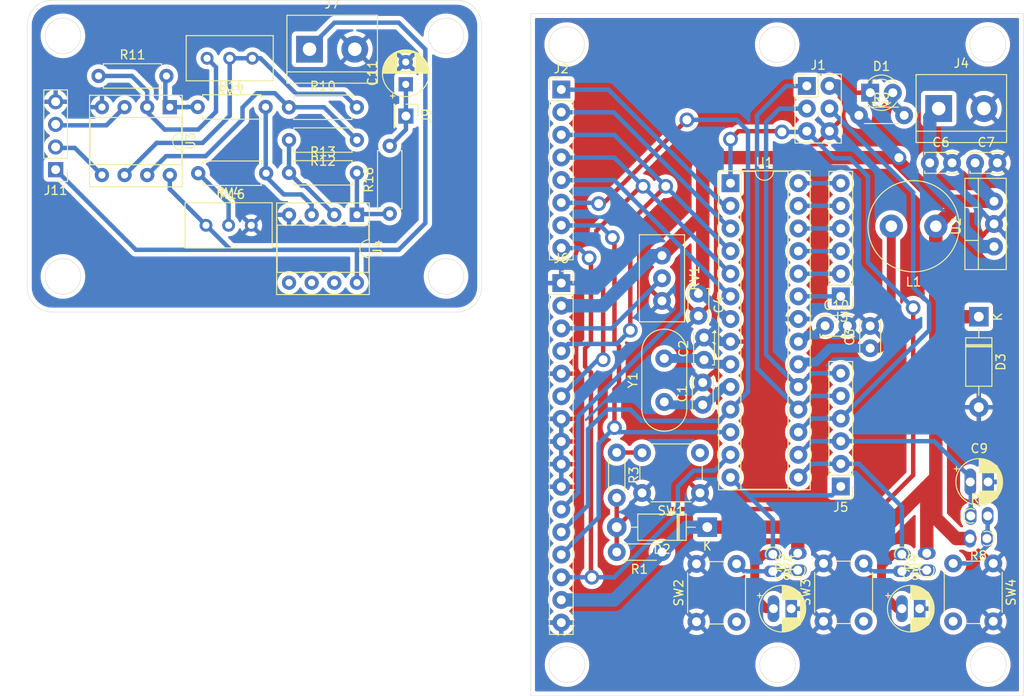
<source format=kicad_pcb>
(kicad_pcb (version 20240108) (generator "pcbnew") (generator_version "8.0")
  (title_block (title "ATMEGA328P DEVBOARD") (date "12/10/2024") (rev "02") (company "IFRS"))
  (layers (0 "F.Cu" signal) (31 "B.Cu" signal) (44 "Edge.Cuts" user))
  (net 0 "")
  (net 1 "/PB7")
  (net 2 "/PB6")
  (net 3 "Net-(U1-AVCC)")
  (net 4 "5V")
  (net 5 "SW2")
  (net 6 "Net-(U2-VI)")
  (net 7 "SW1")
  (net 8 "SW3")
  (net 9 "Net-(U1-AREF)")
  (net 10 "Net-(D1-A)")
  (net 11 "~{RST}")
  (net 12 "MISO")
  (net 13 "SKT")
  (net 14 "MOSI")
  (net 15 "E")
  (net 16 "DB4")
  (net 17 "DB6")
  (net 18 "RS")
  (net 19 "DB5")
  (net 20 "DB7")
  (net 21 "V0")
  (net 22 "Net-(R3-Pad1)")
  (net 23 "GND")
  (net 24 "Net-(J3-Pin_5)")
  (net 25 "Net-(J3-Pin_4)")
  (net 26 "Net-(J3-Pin_2)")
  (net 27 "Net-(J3-Pin_6)")
  (net 28 "Net-(J3-Pin_3)")
  (net 29 "Net-(J3-Pin_1)")
  (net 30 "Net-(J2-Pin_1)")
  (net 31 "Net-(J2-Pin_2)")
  (net 32 "Net-(R4-Pad2)")
  (net 33 "Net-(R6-Pad1)")
  (net 34 "Net-(R8-Pad1)")
  (net 35 "+7.5V")
  (net 36 "/Amp. Op célula de carga/IN+")
  (net 37 "/Amp. Op célula de carga/IN-")
  (net 38 "Net-(J9-Pin_1)")
  (net 39 "Net-(R10-Pad1)")
  (net 40 "Net-(R11-Pad2)")
  (net 41 "Net-(U3A--)")
  (net 42 "Net-(U3B--)")
  (net 43 "Net-(R13-Pad2)")
  (net 44 "Net-(U4A--)")
  (net 45 "Net-(U4A-+)")
  (net 46 "Net-(R16-Pad2)")
  (footprint "Button_Switch_THT:SW_PUSH_6mm_H5mm" (layer "F.Cu") (at 168.372888 84.664 -90)
    (property "Reference" "SW4")
    (property "Value" "SW_Push")
  )
  (footprint "Capacitor_THT:CP_Radial_D5.0mm_P2.00mm" (layer "F.Cu") (at 143.699078 89.744)
    (property "Reference" "C8")
    (property "Value" "2.2uF")
  )
  (footprint "Capacitor_THT:CP_Radial_D5.0mm_P2.00mm" (layer "F.Cu") (at 165.797078 75.52)
    (property "Reference" "C9")
    (property "Value" "2.2uF")
  )
  (footprint "Button_Switch_THT:SW_PUSH_6mm_H5mm" (layer "F.Cu") (at 135.067078 91.216 90)
    (property "Reference" "SW2")
    (property "Value" "SW_Push")
  )
  (footprint "Resistor_THT:R_Axial_DIN0207_L6.3mm_D2.5mm_P7.62mm_Horizontal" (layer "F.Cu") (at 79.080012 33.430462)
    (property "Reference" "R14")
    (property "Value" "1k")
  )
  (footprint "Resistor_THT:R_Axial_DIN0207_L6.3mm_D2.5mm_P7.62mm_Horizontal" (layer "F.Cu") (at 67.95 29.952)
    (property "Reference" "R11")
    (property "Value" "20k")
  )
  (footprint "Resistor_THT:R_Axial_DIN0207_L6.3mm_D2.5mm_P7.62mm_Horizontal" (layer "F.Cu") (at 100.632765 45.414934 90)
    (property "Reference" "R18")
    (property "Value" "20k")
  )
  (footprint "Package_TO_SOT_THT:TO-220-3_Vertical" (layer "F.Cu") (at 168.45919 49.104 90)
    (property "Reference" "U2")
    (property "Value" "LM7805_TO220")
  )
  (footprint "Resistor_THT:R_Axial_DIN0204_L3.6mm_D1.6mm_P1.90mm_Vertical" (layer "F.Cu") (at 167.65719 81.87 180)
    (property "Reference" "R8")
    (property "Value" "10k")
  )
  (footprint "Capacitor_THT:C_Disc_D3.4mm_W2.1mm_P2.50mm" (layer "F.Cu") (at 135.279556 54.37494 -90)
    (property "Reference" "C4")
    (property "Value" "0.1u")
  )
  (footprint "Capacitor_THT:C_Disc_D3.4mm_W2.1mm_P2.50mm" (layer "F.Cu") (at 135.910018 61.813165 90)
    (property "Reference" "C2")
    (property "Value" "22p")
  )
  (footprint "Button_Switch_THT:SW_PUSH_6mm_H5mm" (layer "F.Cu") (at 135.45819 76.754 180)
    (property "Reference" "SW1")
    (property "Value" "RESET")
  )
  (footprint "Capacitor_THT:C_Disc_D3.4mm_W2.1mm_P2.50mm" (layer "F.Cu") (at 161.252 39.706)
    (property "Reference" "C6")
    (property "Value" "0.33u")
  )
  (footprint "Resistor_THT:R_Axial_DIN0204_L3.6mm_D1.6mm_P1.90mm_Vertical" (layer "F.Cu") (at 143.63819 83.648 -90)
    (property "Reference" "R4")
    (property "Value" "1k")
  )
  (footprint "Resistor_THT:R_Axial_DIN0204_L3.6mm_D1.6mm_P5.08mm_Horizontal" (layer "F.Cu") (at 153.29019 34.372)
    (property "Reference" "R2")
    (property "Value" "150")
  )
  (footprint "Resistor_THT:R_Axial_DIN0204_L3.6mm_D1.6mm_P1.90mm_Vertical" (layer "F.Cu") (at 160.91019 85.426 90)
    (property "Reference" "R6")
    (property "Value" "10k")
  )
  (footprint "Resistor_THT:R_Axial_DIN0207_L6.3mm_D2.5mm_P7.62mm_Horizontal" (layer "F.Cu") (at 89.33 40.829679)
    (property "Reference" "R13")
    (property "Value" "20k")
  )
  (footprint "Package_DIP:DIP-8_W7.62mm_Socket" (layer "F.Cu") (at 96.95 45.537359 -90)
    (property "Reference" "U4")
    (property "Value" "TL082")
  )
  (footprint "Connector_PinSocket_2.54mm:PinSocket_1x16_P2.54mm_Vertical" (layer "F.Cu") (at 119.89019 53.204)
    (property "Reference" "J6")
    (property "Value" "Conn_01x16_Socket")
  )
  (footprint "KRE_2_vias:TerminalBlock_bornier_kre-2_P5.08mm" (layer "F.Cu") (at 162.248 33.61)
    (property "Reference" "J4")
    (property "Value" "Jack-DC")
  )
  (footprint "Resistor_THT:R_Axial_DIN0204_L3.6mm_D1.6mm_P1.90mm_Vertical" (layer "F.Cu") (at 158.11619 83.648 -90)
    (property "Reference" "R7")
    (property "Value" "1k")
  )
  (footprint "Resistor_THT:R_Axial_DIN0207_L6.3mm_D2.5mm_P7.62mm_Horizontal" (layer "F.Cu") (at 89.321033 33.467294)
    (property "Reference" "R10")
    (property "Value" "20k")
  )
  (footprint "Package_DIP:DIP-8_W7.62mm_Socket" (layer "F.Cu") (at 75.95 33.452 -90)
    (property "Reference" "U3")
    (property "Value" "TL082")
  )
  (footprint "Diode_THT:D_DO-41_SOD81_P10.16mm_Horizontal" (layer "F.Cu") (at 136.27219 80.6 180)
    (property "Reference" "D2")
    (property "Value" "1N4007")
  )
  (footprint "Connector_PinHeader_2.54mm:PinHeader_1x06_P2.54mm_Vertical" (layer "F.Cu") (at 151.25819 76.028 180)
    (property "Reference" "J5")
    (property "Value" "Conn_01x06_Pin")
  )
  (footprint "Connector_PinHeader_2.54mm:PinHeader_1x08_P2.54mm_Vertical" (layer "F.Cu") (at 119.890189 31.47375)
    (property "Reference" "J2")
    (property "Value" "Conn_01x08_Pin" (hide yes))
  )
  (footprint "Crystal:Crystal_HC49-4H_Vertical" (layer "F.Cu") (at 131.44619 66.54 90)
    (property "Reference" "Y1")
    (property "Value" "16 MHz")
  )
  (footprint "Connector_PinHeader_2.54mm:PinHeader_1x01_P2.54mm_Vertical" (layer "F.Cu") (at 102.45 34.452 -90)
    (property "Reference" "J9")
    (property "Value" "wheigh_out 0.0-5.0V")
  )
  (footprint "Resistor_THT:R_Axial_DIN0204_L3.6mm_D1.6mm_P1.90mm_Vertical" (layer "F.Cu") (at 146.43219 85.426 90)
    (property "Reference" "R5")
    (property "Value" "10k")
  )
  (footprint "Button_Switch_THT:SW_PUSH_6mm_H5mm" (layer "F.Cu") (at 149.327078 91.164 90)
    (property "Reference" "SW3")
    (property "Value" "SW_Push")
  )
  (footprint "Connector_PinHeader_2.54mm:PinHeader_1x04_P2.54mm_Vertical" (layer "F.Cu") (at 63.132765 40.467295 180)
    (property "Reference" "J11")
    (property "Value" "Conn_01x04_Pin")
  )
  (footprint "Potentiometer_THT:Potentiometer_Bourns_3296W_Vertical" (layer "F.Cu") (at 80.132765 27.967295 180)
    (property "Reference" "RV3")
    (property "Value" "2k")
  )
  (footprint "Capacitor_THT:C_Disc_D3.4mm_W2.1mm_P2.50mm" (layer "F.Cu") (at 166.332 39.706)
    (property "Reference" "C7")
    (property "Value" "0.1u")
  )
  (footprint "Diode_THT:D_DO-41_SOD81_P10.16mm_Horizontal" (layer "F.Cu") (at 166.75219 56.978 -90)
    (property "Reference" "D3")
    (property "Value" "1N4007")
  )
  (footprint "Connector_PinHeader_2.54mm:PinHeader_1x06_P2.54mm_Vertical" (layer "F.Cu") (at 151.25819 54.692 180)
    (property "Reference" "J3")
    (property "Value" "Conn_01x06_Pin")
  )
  (footprint "Resistor_THT:R_Axial_DIN0207_L6.3mm_D2.5mm_P7.62mm_Horizontal" (layer "F.Cu") (at 96.95 37.148486 180)
    (property "Reference" "R12")
    (property "Value" "1k")
  )
  (footprint "Inductor_THT:L_Radial_D10.0mm_P5.00mm_Fastron_07M" (layer "F.Cu") (at 161.92619 46.818 180)
    (property "Reference" "L1")
    (property "Value" "1Ou")
  )
  (footprint "Resistor_THT:R_Axial_DIN0204_L3.6mm_D1.6mm_P5.08mm_Horizontal" (layer "F.Cu") (at 126.11219 72.218 -90)
    (property "Reference" "R3")
    (property "Value" "330")
  )
  (footprint "DIP_28_W_SOCKET:DIP-28_W7.62mm_w_Socket" (layer "F.Cu") (at 138.88 41.992)
    (property "Reference" "U1")
    (property "Value" "ATmega328P-P")
  )
  (footprint "Capacitor_THT:C_Disc_D3.4mm_W2.1mm_P2.50mm" (layer "F.Cu") (at 135.76419 66.864 90)
    (property "Reference" "C1")
    (property "Value" "22p")
  )
  (footprint "Potentiometer_THT:Potentiometer_Bourns_3296W_Vertical" (layer "F.Cu") (at 131.19219 55.2 -90)
    (property "Reference" "RV1")
    (property "Value" "10k")
  )
  (footprint "LED_THT:LED_D3.0mm" (layer "F.Cu") (at 154.56019 31.832)
    (property "Reference" "D1")
    (property "Value" "LED (3mm, verm)")
  )
  (footprint "Capacitor_THT:C_Disc_D3.4mm_W2.1mm_P2.50mm" (layer "F.Cu") (at 154.56019 60.514 90)
    (property "Reference" "C3")
    (property "Value" "0.1u")
  )
  (footprint "Resistor_THT:R_Axial_DIN0204_L3.6mm_D1.6mm_P5.08mm_Horizontal" (layer "F.Cu") (at 131.19219 83.394 180)
    (property "Reference" "R1")
    (property "Value" "10K")
  )
  (footprint "KRE_2_vias:TerminalBlock_bornier_kre-2_P5.08mm" (layer "F.Cu") (at 91.632765 26.952)
    (property "Reference" "J7")
    (property "Value" "Jack-DC")
  )
  (footprint "Capacitor_THT:C_Disc_D3.4mm_W2.1mm_P2.50mm" (layer "F.Cu") (at 149.50019 57.994)
    (property "Reference" "C10")
    (property "Value" "100nF")
  )
  (footprint "Resistor_THT:R_Axial_DIN0204_L3.6mm_D1.6mm_P1.90mm_Vertical" (layer "F.Cu") (at 165.84719 79.33)
    (property "Reference" "R9")
    (property "Value" "1k")
  )
  (footprint "Resistor_THT:R_Axial_DIN0207_L6.3mm_D2.5mm_P7.62mm_Horizontal" (layer "F.Cu") (at 86.75903 40.868265 180)
    (property "Reference" "R16")
    (property "Value" "20k")
  )
  (footprint "Connector_PinHeader_2.54mm:PinHeader_2x03_P2.54mm_Vertical" (layer "F.Cu") (at 147.44819 31.07)
    (property "Reference" "J1")
    (property "Value" "AVR-ISP-6")
  )
  (footprint "Capacitor_THT:CP_Radial_D5.0mm_P2.50mm" (layer "F.Cu") (at 102.430661 30.896793 90)
    (property "Reference" "C11")
    (property "Value" "2.2u")
  )
  (footprint "Capacitor_THT:CP_Radial_D5.0mm_P2.00mm" (layer "F.Cu") (at 158.11619 89.744)
    (property "Reference" "C5")
    (property "Value" "2.2uF")
  )
  (footprint "Potentiometer_THT:Potentiometer_Bourns_3296W_Vertical" (layer "F.Cu") (at 85.090166 46.713197)
    (property "Reference" "RV4")
    (property "Value" "2k")
  )
  (gr_line (start 108.15 56.452) (end 62.75 56.452) (stroke (width 0.05)) (layer "Edge.Cuts"))
  (gr_circle (center 167.81658 96.024) (end 169.82318 96.024) (stroke (width 0.05)) (fill none) (layer "Edge.Cuts"))
  (gr_circle (center 106.95 52.452) (end 106.95 54.452) (stroke (width 0.05)) (fill none) (layer "Edge.Cuts"))
  (gr_arc (start 59.95 24.252) (mid 60.770101 22.272101) (end 62.75 21.452) (stroke (width 0.05)) (layer "Edge.Cuts"))
  (gr_circle (center 120.52778 96.024) (end 118.52118 96.024) (stroke (width 0.05)) (fill none) (layer "Edge.Cuts"))
  (gr_circle (center 144.16503 96.024) (end 142.15843 96.024) (stroke (width 0.05)) (fill none) (layer "Edge.Cuts"))
  (gr_arc (start 108.15 21.452) (mid 110.129899 22.272101) (end 110.95 24.252) (stroke (width 0.05)) (layer "Edge.Cuts"))
  (gr_circle (center 106.95 25.452) (end 106.95 27.452) (stroke (width 0.05)) (fill none) (layer "Edge.Cuts"))
  (gr_circle (center 63.95 25.452) (end 63.95 27.452) (stroke (width 0.05)) (fill none) (layer "Edge.Cuts"))
  (gr_line (start 59.95 53.652) (end 59.95 24.252) (stroke (width 0.05)) (layer "Edge.Cuts"))
  (gr_rect (start 116.45 22.952) (end 171.752 99.524) (stroke (width 0.05)) (fill none) (layer "Edge.Cuts"))
  (gr_circle (center 63.95 52.452) (end 63.95 54.452) (stroke (width 0.05)) (fill none) (layer "Edge.Cuts"))
  (gr_circle (center 120.48279 26.4298) (end 118.47619 26.4298) (stroke (width 0.05)) (fill none) (layer "Edge.Cuts"))
  (gr_arc (start 110.95 53.652) (mid 110.129899 55.631899) (end 108.15 56.452) (stroke (width 0.05)) (layer "Edge.Cuts"))
  (gr_arc (start 62.75 56.452) (mid 60.770101 55.631899) (end 59.95 53.652) (stroke (width 0.05)) (layer "Edge.Cuts"))
  (gr_line (start 62.75 21.452) (end 108.15 21.452) (stroke (width 0.05)) (layer "Edge.Cuts"))
  (gr_line (start 110.95 24.252) (end 110.95 53.652) (stroke (width 0.05)) (layer "Edge.Cuts"))
  (gr_circle (center 167.757256 26.408579) (end 169.763856 26.408579) (stroke (width 0.05)) (fill none) (layer "Edge.Cuts"))
  (gr_circle (center 144.12004 26.4298) (end 142.11344 26.4298) (stroke (width 0.05)) (fill none) (layer "Edge.Cuts"))
  (segment (start 135.44019 66.54) (end 135.76419 66.864) (width 1) (layer "F.Cu") (net 1))
  (segment (start 131.77019 66.864) (end 131.44619 66.54) (width 1) (layer "B.Cu") (net 1))
  (segment (start 135.76419 66.864) (end 131.77019 66.864) (width 1) (layer "B.Cu") (net 1))
  (segment (start 136.092618 66.864) (end 135.76419 66.864) (width 1) (layer "B.Cu") (net 1))
  (segment (start 138.104618 64.852) (end 136.092618 66.864) (width 1) (layer "B.Cu") (net 1))
  (segment (start 138.88 64.852) (end 138.104618 64.852) (width 1) (layer "B.Cu") (net 1))
  (segment (start 138.88 62.312) (end 136.408853 62.312) (width 1) (layer "B.Cu") (net 2))
  (segment (start 136.408853 62.312) (end 135.756853 61.66) (width 1) (layer "B.Cu") (net 2))
  (segment (start 135.756853 61.66) (end 131.44619 61.66) (width 1) (layer "B.Cu") (net 2))
  (segment (start 156.92619 59.184) (end 155.59619 60.514) (width 1) (layer "F.Cu") (net 3))
  (segment (start 156.92619 46.818) (end 156.92619 59.184) (width 1) (layer "F.Cu") (net 3))
  (segment (start 155.59619 60.514) (end 154.56019 60.514) (width 1) (layer "F.Cu") (net 3))
  (segment (start 150.00819 60.514) (end 148.46419 62.058) (width 1) (layer "B.Cu") (net 3))
  (segment (start 146.754 62.058) (end 146.5 62.312) (width 1) (layer "B.Cu") (net 3))
  (segment (start 148.46419 62.058) (end 146.754 62.058) (width 1) (layer "B.Cu") (net 3))
  (segment (start 154.56019 60.514) (end 150.00819 60.514) (width 1) (layer "B.Cu") (net 3))
  (segment (start 160.91019 76.282) (end 160.78319 76.155) (width 1.5) (layer "F.Cu") (net 4))
  (segment (start 161.92619 79.584) (end 161.92619 75.012) (width 1.5) (layer "F.Cu") (net 4))
  (segment (start 136.27219 80.6) (end 144.429078 80.6) (width 1.5) (layer "F.Cu") (net 4))
  (segment (start 162.18019 44.024) (end 164.72019 44.024) (width 1.5) (layer "F.Cu") (net 4))
  (segment (start 137.110658 39.121532) (end 135.76419 40.468) (width 1.5) (layer "F.Cu") (net 4))
  (segment (start 135.76419 41.066) (end 135.76419 45.548) (width 1.5) (layer "F.Cu") (net 4))
  (segment (start 157.785722 39.121532) (end 137.110658 39.121532) (width 1.5) (layer "F.Cu") (net 4))
  (segment (start 161.92619 46.818) (end 164.72019 44.024) (width 1.5) (layer "F.Cu") (net 4))
  (segment (start 157.785722 39.121532) (end 157.785722 39.629532) (width 1.5) (layer "F.Cu") (net 4))
  (segment (start 135.76419 45.548) (end 131.19219 50.12) (width 1.5) (layer "F.Cu") (net 4))
  (segment (start 160.91019 78.822) (end 160.91019 76.282) (width 1.5) (layer "F.Cu") (net 4))
  (segment (start 157.785722 39.629532) (end 162.18019 44.024) (width 1.5) (layer "F.Cu") (net 4))
  (segment (start 146.43219 83.526) (end 146.43219 80.6) (width 1.5) (layer "F.Cu") (net 4))
  (segment (start 135.76419 53.890306) (end 135.25619 54.398306) (width 1.5) (layer "F.Cu") (net 4))
  (segment (start 160.91019 83.526) (end 160.91019 78.822) (width 1.5) (layer "F.Cu") (net 4))
  (segment (start 160.78319 76.155) (end 156.33819 80.6) (width 1.5) (layer "F.Cu") (net 4))
  (segment (start 164.21219 81.87) (end 161.92619 79.584) (width 1.5) (layer "F.Cu") (net 4))
  (segment (start 165.75719 81.87) (end 164.21219 81.87) (width 1.5) (layer "F.Cu") (net 4))
  (segment (start 161.92619 75.012) (end 160.78319 76.155) (width 1.5) (layer "F.Cu") (net 4))
  (segment (start 166.75219 56.978) (end 161.92619 56.978) (width 1.5) (layer "F.Cu") (net 4))
  (segment (start 161.92619 46.818) (end 161.92619 75.012) (width 1.5) (layer "F.Cu") (net 4))
  (segment (start 135.76419 40.468) (end 135.76419 53.890306) (width 1.5) (layer "F.Cu") (net 4))
  (segment (start 164.72019 44.024) (end 168.45919 44.024) (width 1.5) (layer "F.Cu") (net 4))
  (segment (start 161.92619 46.818) (end 161.92619 56.978) (width 1.5) (layer "F.Cu") (net 4))
  (segment (start 135.25619 54.398306) (end 135.25619 54.458) (width 1.5) (layer "F.Cu") (net 4))
  (segment (start 168.45919 44.024) (end 168.02219 44.024) (width 1.5) (layer "F.Cu") (net 4))
  (segment (start 144.429078 80.6) (end 146.43219 80.6) (width 1.5) (layer "F.Cu") (net 4))
  (segment (start 156.33819 80.6) (end 146.43219 80.6) (width 1.5) (layer "F.Cu") (net 4))
  (via (at 157.785722 39.121532) (size 1.65) (drill 1) (layers "F.Cu" "B.Cu") (net 4))
  (segment (start 138.53819 57.232) (end 135.76419 54.458) (width 1) (layer "B.Cu") (net 4))
  (segment (start 135.76419 54.458) (end 135.25619 54.458) (width 1) (layer "B.Cu") (net 4))
  (segment (start 124.511718 55.744) (end 119.89019 55.744) (width 1.5) (layer "B.Cu") (net 4))
  (segment (start 149.98819 31.085) (end 150.205907 31.085) (width 1.5) (layer "B.Cu") (net 4))
  (segment (start 133.98619 80.6) (end 131.19219 83.394) (width 1.5) (layer "B.Cu") (net 4))
  (segment (start 152.31019 33.392) (end 153.29019 34.372) (width 1.5) (layer "B.Cu") (net 4))
  (segment (start 157.785722 39.121532) (end 153.29019 34.626) (width 1.5) (layer "B.Cu") (net 4))
  (segment (start 153.29019 34.169283) (end 153.29019 34.372) (width 1.5) (layer "B.Cu") (net 4))
  (segment (start 131.19219 83.394) (end 125.82219 88.764) (width 1.5) (layer "B.Cu") (net 4))
  (segment (start 168.45919 44.024) (end 166.332 41.89681) (width 1.5) (layer "B.Cu") (net 4))
  (segment (start 136.27219 80.6) (end 133.98619 80.6) (width 1.5) (layer "B.Cu") (net 4))
  (segment (start 153.29019 34.626) (end 153.29019 34.372) (width 1.5) (layer "B.Cu") (net 4))
  (segment (start 152.31019 32.524) (end 152.31019 33.392) (width 1.5) (layer "B.Cu") (net 4))
  (segment (start 131.19219 50.12) (end 130.135718 50.12) (width 1.5) (layer "B.Cu") (net 4))
  (segment (start 125.82219 88.764) (end 119.89019 88.764) (width 1.5) (layer "B.Cu") (net 4))
  (segment (start 149.98819 31.07) (end 150.85619 31.07) (width 1.5) (layer "B.Cu") (net 4))
  (segment (start 166.332 41.89681) (end 166.332 39.706) (width 1.5) (layer "B.Cu") (net 4))
  (segment (start 130.135718 50.12) (end 124.511718 55.744) (width 1.5) (layer "B.Cu") (net 4))
  (segment (start 150.85619 31.07) (end 152.31019 32.524) (width 1.5) (layer "B.Cu") (net 4))
  (segment (start 155.827078 84.921112) (end 155.827078 87.962888) (width 1) (layer "F.Cu") (net 5))
  (segment (start 157.60819 89.744) (end 158.11619 89.744) (width 1) (layer "F.Cu") (net 5))
  (segment (start 157.10019 83.648) (end 155.827078 84.921112) (width 1) (layer "F.Cu") (net 5))
  (segment (start 158.11619 83.648) (end 157.10019 83.648) (width 1) (layer "F.Cu") (net 5))
  (segment (start 155.827078 87.962888) (end 157.60819 89.744) (width 1) (layer "F.Cu") (net 5))
  (segment (start 151.25819 73.488) (end 148.024 73.488) (width 0.5) (layer "B.Cu") (net 5))
  (segment (start 153.29019 73.488) (end 151.25819 73.488) (width 0.5) (layer "B.Cu") (net 5))
  (segment (start 158.11619 78.314) (end 153.29019 73.488) (width 0.5) (layer "B.Cu") (net 5))
  (segment (start 158.11619 83.648) (end 158.11619 78.314) (width 0.5) (layer "B.Cu") (net 5))
  (segment (start 148.024 73.488) (end 146.5 75.012) (width 0.5) (layer "B.Cu") (net 5))
  (segment (start 167.00619 49.104) (end 168.45919 49.104) (width 1.5) (layer "B.Cu") (net 6))
  (segment (start 161.252 34.606) (end 162.248 33.61) (width 1.5) (layer "B.Cu") (net 6))
  (segment (start 161.252 39.706) (end 161.252 34.606) (width 1.5) (layer "B.Cu") (net 6))
  (segment (start 161.252 39.706) (end 161.252 41.57181) (width 1.5) (layer "B.Cu") (net 6))
  (segment (start 164.97419 47.072) (end 167.00619 49.104) (width 1.5) (layer "B.Cu") (net 6))
  (segment (start 164.97419 45.294) (end 164.97419 47.072) (width 1.5) (layer "B.Cu") (net 6))
  (segment (start 161.252 41.57181) (end 164.97419 45.294) (width 1.5) (layer "B.Cu") (net 6))
  (segment (start 143.38419 89.744) (end 142.87619 89.744) (width 1) (layer "F.Cu") (net 7))
  (segment (start 142.62219 83.648) (end 143.63819 83.648) (width 1) (layer "F.Cu") (net 7))
  (segment (start 141.60619 88.474) (end 141.60619 84.664) (width 1) (layer "F.Cu") (net 7))
  (segment (start 141.60619 84.664) (end 142.62219 83.648) (width 1) (layer "F.Cu") (net 7))
  (segment (start 142.87619 89.744) (end 141.60619 88.474) (width 1) (layer "F.Cu") (net 7))
  (segment (start 143.63819 83.648) (end 143.63819 79.77019) (width 0.5) (layer "B.Cu") (net 7))
  (segment (start 150.25819 77.028) (end 151.25819 76.028) (width 0.5) (layer "B.Cu") (net 7))
  (segment (start 143.13019 79.26219) (end 138.88 75.012) (width 0.5) (layer "B.Cu") (net 7))
  (segment (start 143.63819 79.77019) (end 142.021095 78.153095) (width 0.5) (layer "B.Cu") (net 7))
  (segment (start 140.896 77.028) (end 150.25819 77.028) (width 0.5) (layer "B.Cu") (net 7))
  (segment (start 138.88 75.012) (end 140.896 77.028) (width 0.5) (layer "B.Cu") (net 7))
  (segment (start 151.25819 70.948) (end 161.733078 70.948) (width 0.5) (layer "B.Cu") (net 8))
  (segment (start 165.84719 79.33) (end 165.84719 75.570112) (width 0.5) (layer "B.Cu") (net 8))
  (segment (start 148.024 70.948) (end 146.5 72.472) (width 0.5) (layer "B.Cu") (net 8))
  (segment (start 165.797078 75.52) (end 165.797078 75.012) (width 0.5) (layer "B.Cu") (net 8))
  (segment (start 165.84719 75.570112) (end 165.797078 75.52) (width 0.5) (layer "B.Cu") (net 8))
  (segment (start 151.25819 70.948) (end 148.024 70.948) (width 0.5) (layer "B.Cu") (net 8))
  (segment (start 165.797078 75.012) (end 161.733078 70.948) (width 0.5) (layer "B.Cu") (net 8))
  (segment (start 148.48019 59.014) (end 147.546428 59.014) (width 1) (layer "B.Cu") (net 9))
  (segment (start 149.50019 57.994) (end 148.48019 59.014) (width 1) (layer "B.Cu") (net 9))
  (segment (start 146.788428 59.772) (end 146.5 59.772) (width 1) (layer "B.Cu") (net 9))
  (segment (start 147.546428 59.014) (end 146.788428 59.772) (width 1) (layer "B.Cu") (net 9))
  (segment (start 157.10019 31.832) (end 157.10019 33.102) (width 1) (layer "B.Cu") (net 10))
  (segment (start 157.10019 33.102) (end 158.37019 34.372) (width 1) (layer "B.Cu") (net 10))
  (segment (start 159.38619 74.758) (end 155.57619 78.568) (width 0.5) (layer "F.Cu") (net 11))
  (segment (start 159.38619 55.962) (end 159.38619 74.758) (width 0.5) (layer "F.Cu") (net 11))
  (segment (start 144.569058 36.15) (end 144.65419 36.235132) (width 0.5) (layer "F.Cu") (net 11))
  (segment (start 128.14419 78.568) (end 126.11219 80.6) (width 0.5) (layer "F.Cu") (net 11))
  (segment (start 138.88 37.046532) (end 139.776532 36.15) (width 0.5) (layer "F.Cu") (net 11))
  (segment (start 126.11219 83.394) (end 126.11219 80.6) (width 0.5) (layer "F.Cu") (net 11))
  (segment (start 126.11219 77.298) (end 126.11219 80.6) (width 0.5) (layer "F.Cu") (net 11))
  (segment (start 139.776532 36.15) (end 144.569058 36.15) (width 0.5) (layer "F.Cu") (net 11))
  (segment (start 155.57619 78.568) (end 128.14419 78.568) (width 0.5) (layer "F.Cu") (net 11))
  (via (at 144.65419 36.235132) (size 1.65) (drill 1) (layers "F.Cu" "B.Cu") (net 11))
  (via (at 138.88 37.046532) (size 1.65) (drill 1) (layers "F.Cu" "B.Cu") (net 11))
  (via (at 159.38619 55.962) (size 1.65) (drill 1) (layers "F.Cu" "B.Cu") (net 11))
  (segment (start 150.48119 39.198) (end 147.518322 36.235132) (width 0.5) (layer "B.Cu") (net 11))
  (segment (start 147.518322 36.235132) (end 144.65419 36.235132) (width 0.5) (layer "B.Cu") (net 11))
  (segment (start 154.30619 50.882) (end 154.30619 41.23) (width 0.5) (layer "B.Cu") (net 11))
  (segment (start 138.88 37.046532) (end 138.88 41.992) (width 0.5) (layer "B.Cu") (net 11))
  (segment (start 159.38619 55.962) (end 154.30619 50.882) (width 0.5) (layer "B.Cu") (net 11))
  (segment (start 154.30619 41.23) (end 152.27419 39.198) (width 0.5) (layer "B.Cu") (net 11))
  (segment (start 152.27419 39.198) (end 150.48119 39.198) (width 0.5) (layer "B.Cu") (net 11))
  (segment (start 151.25819 65.868) (end 148.024 65.868) (width 0.5) (layer "B.Cu") (net 12))
  (segment (start 141.86019 62.75219) (end 146.5 67.392) (width 0.5) (layer "B.Cu") (net 12))
  (segment (start 141.86019 34.372) (end 141.86019 62.75219) (width 0.5) (layer "B.Cu") (net 12))
  (segment (start 147.44819 31.085) (end 145.14719 31.085) (width 0.5) (layer "B.Cu") (net 12))
  (segment (start 145.14719 31.085) (end 141.86019 34.372) (width 0.5) (layer "B.Cu") (net 12))
  (segment (start 148.024 65.868) (end 146.5 67.392) (width 0.5) (layer "B.Cu") (net 12))
  (segment (start 151.25819 63.328) (end 148.024 63.328) (width 0.5) (layer "B.Cu") (net 13))
  (segment (start 148.024 63.328) (end 146.5 64.852) (width 0.5) (layer "B.Cu") (net 13))
  (segment (start 142.87619 35.134) (end 144.38519 33.625) (width 0.5) (layer "B.Cu") (net 13))
  (segment (start 144.38519 33.625) (end 147.44819 33.625) (width 0.5) (layer "B.Cu") (net 13))
  (segment (start 142.87619 61.22819) (end 142.87619 35.134) (width 0.5) (layer "B.Cu") (net 13))
  (segment (start 146.5 64.852) (end 142.87619 61.22819) (width 0.5) (layer "B.Cu") (net 13))
  (segment (start 159.38619 43.023) (end 159.38619 53.676) (width 0.5) (layer "B.Cu") (net 14))
  (segment (start 148.024 68.408) (end 146.5 69.932) (width 0.5) (layer "B.Cu") (net 14))
  (segment (start 151.25819 68.408) (end 148.024 68.408) (width 0.5) (layer "B.Cu") (net 14))
  (segment (start 159.38619 53.676) (end 161.16419 55.454) (width 0.5) (layer "B.Cu") (net 14))
  (segment (start 161.16419 55.454) (end 161.16419 58.502) (width 0.5) (layer "B.Cu") (net 14))
  (segment (start 149.98819 33.102) (end 149.98819 33.625) (width 0.5) (layer "B.Cu") (net 14))
  (segment (start 149.98819 33.625) (end 159.38619 43.023) (width 0.5) (layer "B.Cu") (net 14))
  (segment (start 161.16419 58.502) (end 151.25819 68.408) (width 0.5) (layer "B.Cu") (net 14))
  (segment (start 124.58819 61.804) (end 124.58819 49.358) (width 0.5) (layer "F.Cu") (net 15))
  (segment (start 124.58819 49.358) (end 123.82619 48.596) (width 0.5) (layer "F.Cu") (net 15))
  (segment (start 123.82619 47.326) (end 128.813095 42.339095) (width 0.5) (layer "F.Cu") (net 15))
  (segment (start 123.82619 48.596) (end 123.82619 47.326) (width 0.5) (layer "F.Cu") (net 15))
  (segment (start 128.813095 42.339095) (end 129.067095 42.339095) (width 0.5) (layer "F.Cu") (net 15))
  (via (at 124.58819 61.804) (size 1.65) (drill 1) (layers "F.Cu" "B.Cu") (net 15))
  (via (at 129.067095 42.339095) (size 1.65) (drill 1) (layers "F.Cu" "B.Cu") (net 15))
  (segment (start 124.58819 61.804) (end 123.99019 61.804) (width 0.5) (layer "B.Cu") (net 15))
  (segment (start 138.88 52.152) (end 129.067095 42.339095) (width 0.5) (layer "B.Cu") (net 15))
  (segment (start 123.99019 61.804) (end 119.89019 65.904) (width 0.5) (layer "B.Cu") (net 15))
  (segment (start 129.067095 42.339095) (end 125.841691 39.113691) (width 0.5) (layer "B.Cu") (net 15))
  (segment (start 125.841691 39.113691) (end 119.89019 39.113691) (width 0.5) (layer "B.Cu") (net 15))
  (segment (start 133.47819 56.47) (end 121.79419 68.154) (width 0.5) (layer "B.Cu") (net 16))
  (segment (start 138.88 54.692) (end 132.877095 48.689095) (width 0.5) (layer "B.Cu") (net 16))
  (segment (start 125.841691 41.653691) (end 119.89019 41.653691) (width 0.5) (layer "B.Cu") (net 16))
  (segment (start 132.877095 48.689095) (end 125.841691 41.653691) (width 0.5) (layer "B.Cu") (net 16))
  (segment (start 121.79419 76.7) (end 119.89019 78.604) (width 0.5) (layer "B.Cu") (net 16))
  (segment (start 133.47819 49.29019) (end 133.47819 56.47) (width 0.5) (layer "B.Cu") (net 16))
  (segment (start 121.79419 68.154) (end 121.79419 76.7) (width 0.5) (layer "B.Cu") (net 16))
  (segment (start 132.877095 48.689095) (end 133.47819 49.29019) (width 0.5) (layer "B.Cu") (net 16))
  (segment (start 125.85819 48.325253) (end 125.620937 48.088) (width 0.5) (layer "F.Cu") (net 17))
  (segment (start 125.85819 69.424) (end 125.85819 65.106) (width 0.5) (layer "F.Cu") (net 17))
  (segment (start 125.85819 59.772) (end 125.85819 48.325253) (width 0.5) (layer "F.Cu") (net 17))
  (segment (start 126.36619 64.598) (end 126.36619 60.28) (width 0.5) (layer "F.Cu") (net 17))
  (segment (start 125.85819 65.106) (end 126.36619 64.598) (width 0.5) (layer "F.Cu") (net 17))
  (segment (start 126.36619 60.28) (end 125.85819 59.772) (width 0.5) (layer "F.Cu") (net 17))
  (via (at 125.85819 69.424) (size 1.65) (drill 1) (layers "F.Cu" "B.Cu") (net 17))
  (via (at 125.620937 48.088) (size 1.65) (drill 1) (layers "F.Cu" "B.Cu") (net 17))
  (segment (start 126.36619 69.932) (end 138.88 69.932) (width 0.5) (layer "B.Cu") (net 17))
  (segment (start 124.266628 46.733691) (end 119.89019 46.733691) (width 0.5) (layer "B.Cu") (net 17))
  (segment (start 125.85819 69.424) (end 126.36619 69.932) (width 0.5) (layer "B.Cu") (net 17))
  (segment (start 125.620937 48.088) (end 124.266628 46.733691) (width 0.5) (layer "B.Cu") (net 17))
  (segment (start 124.08019 79.494) (end 119.89019 83.684) (width 0.5) (layer "B.Cu") (net 17))
  (segment (start 125.85819 69.424) (end 124.08019 71.202) (width 0.5) (layer "B.Cu") (net 17))
  (segment (start 124.08019 71.202) (end 124.08019 79.494) (width 0.5) (layer "B.Cu") (net 17))
  (segment (start 127.63619 46.31) (end 131.607095 42.339095) (width 0.5) (layer "F.Cu") (net 18))
  (segment (start 127.63619 58.502) (end 127.63619 46.31) (width 0.5) (layer "F.Cu") (net 18))
  (via (at 131.607095 42.339095) (size 1.65) (drill 1) (layers "F.Cu" "B.Cu") (net 18))
  (via (at 127.63619 58.502) (size 1.65) (drill 1) (layers "F.Cu" "B.Cu") (net 18))
  (segment (start 131.607095 42.339095) (end 125.841691 36.573691) (width 0.5) (layer "B.Cu") (net 18))
  (segment (start 125.841691 36.573691) (end 119.89019 36.573691) (width 0.5) (layer "B.Cu") (net 18))
  (segment (start 138.88 49.612) (end 131.607095 42.339095) (width 0.5) (layer "B.Cu") (net 18))
  (segment (start 126.11219 60.026) (end 120.68819 60.026) (width 0.5) (layer "B.Cu") (net 18))
  (segment (start 127.63619 58.502) (end 126.11219 60.026) (width 0.5) (layer "B.Cu") (net 18))
  (segment (start 120.68819 60.026) (end 119.89019 60.824) (width 0.5) (layer "B.Cu") (net 18))
  (segment (start 133.98619 34.88) (end 124.58819 44.278) (width 0.5) (layer "F.Cu") (net 19))
  (segment (start 124.58819 44.278) (end 124.08019 44.278) (width 0.5) (layer "F.Cu") (net 19))
  (via (at 124.08019 44.278) (size 1.65) (drill 1) (layers "F.Cu" "B.Cu") (net 19))
  (via (at 133.98619 34.88) (size 1.65) (drill 1) (layers "F.Cu" "B.Cu") (net 19))
  (segment (start 140.84419 65.42781) (end 138.88 67.392) (width 0.5) (layer "B.Cu") (net 19))
  (segment (start 140.84419 36.15) (end 140.84419 65.42781) (width 0.5) (layer "B.Cu") (net 19))
  (segment (start 122.87219 78.162) (end 122.87219 69.616) (width 0.5) (layer "B.Cu") (net 19))
  (segment (start 121.28619 44.193691) (end 119.89019 44.193691) (width 0.5) (layer "B.Cu") (net 19))
  (segment (start 124.08019 44.278) (end 123.995881 44.193691) (width 0.5) (layer "B.Cu") (net 19))
  (segment (start 119.89019 81.144) (end 122.87219 78.162) (width 0.5) (layer "B.Cu") (net 19))
  (segment (start 133.98619 34.88) (end 139.57419 34.88) (width 0.5) (layer "B.Cu") (net 19))
  (segment (start 125.09619 67.392) (end 127.63619 67.392) (width 0.5) (layer "B.Cu") (net 19))
  (segment (start 127.63619 67.392) (end 128.90619 68.662) (width 0.5) (layer "B.Cu") (net 19))
  (segment (start 121.963881 44.193691) (end 121.28619 44.193691) (width 0.5) (layer "B.Cu") (net 19))
  (segment (start 123.995881 44.193691) (end 121.28619 44.193691) (width 0.5) (layer "B.Cu") (net 19))
  (segment (start 137.61 68.662) (end 138.88 67.392) (width 0.5) (layer "B.Cu") (net 19))
  (segment (start 122.87219 69.616) (end 125.09619 67.392) (width 0.5) (layer "B.Cu") (net 19))
  (segment (start 139.57419 34.88) (end 140.84419 36.15) (width 0.5) (layer "B.Cu") (net 19))
  (segment (start 128.90619 68.662) (end 137.61 68.662) (width 0.5) (layer "B.Cu") (net 19))
  (segment (start 123.21619 63.226) (end 123.21619 86.122) (width 0.5) (layer "F.Cu") (net 20))
  (segment (start 123.21619 86.122) (end 123.31819 86.224) (width 0.5) (layer "F.Cu") (net 20))
  (segment (start 123.21619 50.577) (end 123.21619 59.874) (width 0.5) (layer "F.Cu") (net 20))
  (segment (start 122.55619 62.566) (end 123.21619 63.226) (width 0.5) (layer "F.Cu") (net 20))
  (segment (start 122.55619 60.534) (end 122.55619 62.566) (width 0.5) (layer "F.Cu") (net 20))
  (segment (start 123.01319 50.374) (end 123.21619 50.577) (width 0.5) (layer "F.Cu") (net 20))
  (segment (start 123.21619 59.874) (end 122.55619 60.534) (width 0.5) (layer "F.Cu") (net 20))
  (via (at 123.01319 50.374) (size 1.65) (drill 1) (layers "F.Cu" "B.Cu") (net 20))
  (via (at 123.31819 86.224) (size 1.65) (drill 1) (layers "F.Cu" "B.Cu") (net 20))
  (segment (start 125.82219 86.224) (end 132.97019 79.076) (width 0.5) (layer "B.Cu") (net 20))
  (segment (start 134.74819 74.25) (end 137.102 74.25) (width 0.5) (layer "B.Cu") (net 20))
  (segment (start 137.102 74.25) (end 138.88 72.472) (width 0.5) (layer "B.Cu") (net 20))
  (segment (start 121.912881 49.273691) (end 119.89019 49.273691) (width 0.5) (layer "B.Cu") (net 20))
  (segment (start 123.01319 50.374) (end 121.912881 49.273691) (width 0.5) (layer "B.Cu") (net 20))
  (segment (start 119.89019 86.224) (end 123.31819 86.224) (width 0.5) (layer "B.Cu") (net 20))
  (segment (start 123.31819 86.224) (end 125.82219 86.224) (width 0.5) (layer "B.Cu") (net 20))
  (segment (start 132.97019 79.076) (end 132.97019 76.028) (width 0.5) (layer "B.Cu") (net 20))
  (segment (start 132.97019 76.028) (end 134.74819 74.25) (width 0.5) (layer "B.Cu") (net 20))
  (segment (start 119.89019 58.284) (end 125.56819 58.284) (width 0.5) (layer "B.Cu") (net 21))
  (segment (start 125.56819 58.284) (end 131.19219 52.66) (width 0.5) (layer "B.Cu") (net 21))
  (segment (start 126.11219 72.218) (end 128.92219 72.218) (width 0.5) (layer "F.Cu") (net 22))
  (segment (start 128.92219 72.218) (end 128.95819 72.254) (width 0.5) (layer "F.Cu") (net 22))
  (segment (start 137.698 59.772) (end 137.239165 59.313165) (width 1) (layer "B.Cu") (net 23))
  (segment (start 137.239165 59.313165) (end 135.910018 59.313165) (width 1) (layer "B.Cu") (net 23))
  (segment (start 138.88 59.772) (end 137.698 59.772) (width 1) (layer "B.Cu") (net 23))
  (segment (start 146.5 44.532) (end 151.25819 44.532) (width 0.5) (layer "B.Cu") (net 24))
  (segment (start 146.5 47.072) (end 151.25819 47.072) (width 0.5) (layer "B.Cu") (net 25))
  (segment (start 146.5 52.152) (end 151.25819 52.152) (width 0.5) (layer "B.Cu") (net 26))
  (segment (start 146.5 41.992) (end 151.25819 41.992) (width 0.5) (layer "B.Cu") (net 27))
  (segment (start 146.5 49.612) (end 151.25819 49.612) (width 0.5) (layer "B.Cu") (net 28))
  (segment (start 146.5 54.692) (end 151.25819 54.692) (width 0.5) (layer "B.Cu") (net 29))
  (segment (start 138.211095 44.532) (end 138.88 44.532) (width 0.5) (layer "B.Cu") (net 30))
  (segment (start 125.172786 31.493691) (end 138.211095 44.532) (width 0.5) (layer "B.Cu") (net 30))
  (segment (start 119.89019 31.493691) (end 125.172786 31.493691) (width 0.5) (layer "B.Cu") (net 30))
  (segment (start 125.773881 34.033691) (end 119.89019 34.033691) (width 0.5) (layer "B.Cu") (net 31))
  (segment (start 138.81219 47.072) (end 125.773881 34.033691) (width 0.5) (layer "B.Cu") (net 31))
  (segment (start 138.88 47.072) (end 138.81219 47.072) (width 0.5) (layer "B.Cu") (net 31))
  (segment (start 140.399078 85.548) (end 139.567078 84.716) (width 0.5) (layer "B.Cu") (net 32))
  (segment (start 146.43219 85.426) (end 143.76019 85.426) (width 0.5) (layer "B.Cu") (net 32))
  (segment (start 139.567078 84.716) (end 139.62619 84.716) (width 0.5) (layer "B.Cu") (net 32))
  (segment (start 143.63819 85.548) (end 140.399078 85.548) (width 0.5) (layer "B.Cu") (net 32))
  (segment (start 143.76019 85.426) (end 143.63819 85.548) (width 0.5) (layer "B.Cu") (net 32))
  (segment (start 157.10019 85.548) (end 154.711078 85.548) (width 0.5) (layer "B.Cu") (net 33))
  (segment (start 160.91019 85.426) (end 158.23819 85.426) (width 0.5) (layer "B.Cu") (net 33))
  (segment (start 154.711078 85.548) (end 153.827078 84.664) (width 0.5) (layer "B.Cu") (net 33))
  (segment (start 158.23819 85.426) (end 158.11619 85.548) (width 0.5) (layer "B.Cu") (net 33))
  (segment (start 167.74719 81.78) (end 167.74719 79.33) (width 0.5) (layer "B.Cu") (net 34))
  (segment (start 165.73619 84.664) (end 163.872888 84.664) (width 0.5) (layer "B.Cu") (net 34))
  (segment (start 167.65719 82.743) (end 165.73619 84.664) (width 0.5) (layer "B.Cu") (net 34))
  (segment (start 167.65719 81.87) (end 167.74719 81.78) (width 0.5) (layer "B.Cu") (net 34))
  (segment (start 167.65719 81.87) (end 167.65719 82.743) (width 0.5) (layer "B.Cu") (net 34))
  (segment (start 91.632765 26.769235) (end 91.632765 26.952) (width 0.5) (layer "B.Cu") (net 35))
  (segment (start 82.78403 49.467295) (end 96.95 49.467295) (width 0.5) (layer "B.Cu") (net 35))
  (segment (start 63.132765 40.467295) (end 72.132765 49.467295) (width 0.5) (layer "B.Cu") (net 35))
  (segment (start 101.632765 49.467295) (end 104.632765 46.467295) (width 0.5) (layer "B.Cu") (net 35))
  (segment (start 94.434705 23.967295) (end 91.632765 26.769235) (width 0.5) (layer "B.Cu") (net 35))
  (segment (start 104.632765 46.467295) (end 104.632765 26.967295) (width 0.5) (layer "B.Cu") (net 35))
  (segment (start 80.029932 46.713197) (end 82.78403 49.467295) (width 0.5) (layer "B.Cu") (net 35))
  (segment (start 75.95 42.653031) (end 75.95 41.072) (width 0.5) (layer "B.Cu") (net 35))
  (segment (start 101.632765 23.967295) (end 94.434705 23.967295) (width 0.5) (layer "B.Cu") (net 35))
  (segment (start 96.95 49.467295) (end 96.95 53.157359) (width 0.5) (layer "B.Cu") (net 35))
  (segment (start 80.010166 46.713197) (end 75.95 42.653031) (width 0.5) (layer "B.Cu") (net 35))
  (segment (start 104.632765 26.967295) (end 101.632765 23.967295) (width 0.5) (layer "B.Cu") (net 35))
  (segment (start 80.010166 46.713197) (end 80.029932 46.713197) (width 0.5) (layer "B.Cu") (net 35))
  (segment (start 72.132765 49.467295) (end 101.632765 49.467295) (width 0.5) (layer "B.Cu") (net 35))
  (segment (start 68.83 35.492) (end 70.87 33.452) (width 0.5) (layer "B.Cu") (net 36))
  (segment (start 62.95 35.492) (end 68.83 35.492) (width 0.5) (layer "B.Cu") (net 36))
  (segment (start 62.95 38.032) (end 65.29 38.032) (width 0.5) (layer "B.Cu") (net 37))
  (segment (start 65.29 38.032) (end 68.33 41.072) (width 0.5) (layer "B.Cu") (net 37))
  (segment (start 102.430661 30.896793) (end 102.45 30.916132) (width 0.5) (layer "B.Cu") (net 38))
  (segment (start 100.632765 37.794934) (end 102.45 35.977699) (width 0.5) (layer "B.Cu") (net 38))
  (segment (start 102.45 30.916132) (end 102.45 34.452) (width 0.5) (layer "B.Cu") (net 38))
  (segment (start 102.45 35.977699) (end 102.45 34.452) (width 0.5) (layer "B.Cu") (net 38))
  (segment (start 79.976488 38.952) (end 84.106923 34.821565) (width 0.5) (layer "B.Cu") (net 39))
  (segment (start 89.321033 33.467294) (end 93.268808 33.467294) (width 0.5) (layer "B.Cu") (net 39))
  (segment (start 93.268808 33.467294) (end 96.95 37.148486) (width 0.5) (layer "B.Cu") (net 39))
  (segment (start 85.719598 31.880462) (end 87.734201 31.880462) (width 0.5) (layer "B.Cu") (net 39))
  (segment (start 73.41 41.072) (end 75.53 38.952) (width 0.5) (layer "B.Cu") (net 39))
  (segment (start 87.734201 31.880462) (end 89.321033 33.467294) (width 0.5) (layer "B.Cu") (net 39))
  (segment (start 75.53 38.952) (end 79.976488 38.952) (width 0.5) (layer "B.Cu") (net 39))
  (segment (start 84.106923 33.493137) (end 85.719598 31.880462) (width 0.5) (layer "B.Cu") (net 39))
  (segment (start 84.106923 34.821565) (end 84.106923 33.493137) (width 0.5) (layer "B.Cu") (net 39))
  (segment (start 77.928462 33.430462) (end 77.906924 33.452) (width 0.5) (layer "B.Cu") (net 40))
  (segment (start 75.95 33.452) (end 75.45 32.952) (width 0.5) (layer "B.Cu") (net 40))
  (segment (start 77.906924 33.452) (end 75.95 33.452) (width 0.5) (layer "B.Cu") (net 40))
  (segment (start 79.080012 33.430462) (end 77.928462 33.430462) (width 0.5) (layer "B.Cu") (net 40))
  (segment (start 75.45 30.072) (end 75.57 29.952) (width 0.5) (layer "B.Cu") (net 40))
  (segment (start 75.45 32.952) (end 75.45 30.072) (width 0.5) (layer "B.Cu") (net 40))
  (segment (start 71.703124 29.967295) (end 73.41 31.674171) (width 0.5) (layer "B.Cu") (net 41))
  (segment (start 81.132765 28.967295) (end 81.132765 33.967295) (width 0.5) (layer "B.Cu") (net 41))
  (segment (start 81.132765 33.967295) (end 79.132765 35.967295) (width 0.5) (layer "B.Cu") (net 41))
  (segment (start 80.132765 27.967295) (end 81.132765 28.967295) (width 0.5) (layer "B.Cu") (net 41))
  (segment (start 71.687829 29.952) (end 71.703124 29.967295) (width 0.5) (layer "B.Cu") (net 41))
  (segment (start 73.41 31.674171) (end 73.41 33.452) (width 0.5) (layer "B.Cu") (net 41))
  (segment (start 79.132765 35.967295) (end 75.365295 35.967295) (width 0.5) (layer "B.Cu") (net 41))
  (segment (start 73.41 34.012) (end 73.41 33.452) (width 0.5) (layer "B.Cu") (net 41))
  (segment (start 75.365295 35.967295) (end 73.41 34.012) (width 0.5) (layer "B.Cu") (net 41))
  (segment (start 67.95 29.952) (end 71.687829 29.952) (width 0.5) (layer "B.Cu") (net 41))
  (segment (start 74.474705 37.467295) (end 79.632765 37.467295) (width 0.5) (layer "B.Cu") (net 42))
  (segment (start 96.941033 33.467294) (end 95.441034 31.967295) (width 0.5) (layer "B.Cu") (net 42))
  (segment (start 86.132765 27.967295) (end 85.212765 27.967295) (width 0.5) (layer "B.Cu") (net 42))
  (segment (start 82.672765 34.427295) (end 82.672765 27.967295) (width 0.5) (layer "B.Cu") (net 42))
  (segment (start 95.441034 31.967295) (end 90.132765 31.967295) (width 0.5) (layer "B.Cu") (net 42))
  (segment (start 70.87 41.072) (end 74.474705 37.467295) (width 0.5) (layer "B.Cu") (net 42))
  (segment (start 90.132765 31.967295) (end 86.132765 27.967295) (width 0.5) (layer "B.Cu") (net 42))
  (segment (start 79.632765 37.467295) (end 82.672765 34.427295) (width 0.5) (layer "B.Cu") (net 42))
  (segment (start 85.212765 27.967295) (end 82.672765 27.967295) (width 0.5) (layer "B.Cu") (net 42))
  (segment (start 97.035359 45.452) (end 96.95 45.537359) (width 0.5) (layer "B.Cu") (net 43))
  (segment (start 100.595699 45.452) (end 97.035359 45.452) (width 0.5) (layer "B.Cu") (net 43))
  (segment (start 100.632765 45.414934) (end 100.595699 45.452) (width 0.5) (layer "B.Cu") (net 43))
  (segment (start 96.95 40.829679) (end 96.95 45.537359) (width 0.5) (layer "B.Cu") (net 43))
  (segment (start 90.752321 42.252) (end 91.124641 42.252) (width 0.5) (layer "B.Cu") (net 44))
  (segment (start 89.33 40.829679) (end 90.752321 42.252) (width 0.5) (layer "B.Cu") (net 44))
  (segment (start 89.33 40.829679) (end 89.33 37.148486) (width 0.5) (layer "B.Cu") (net 44))
  (segment (start 91.124641 42.252) (end 94.41 45.537359) (width 0.5) (layer "B.Cu") (net 44))
  (segment (start 86.715338 40.824573) (end 86.75903 40.868265) (width 0.5) (layer "B.Cu") (net 45))
  (segment (start 86.700012 33.430462) (end 86.715338 33.445788) (width 0.5) (layer "B.Cu") (net 45))
  (segment (start 86.75903 41.26103) (end 88.750001 43.252001) (width 0.5) (layer "B.Cu") (net 45))
  (segment (start 88.750001 43.252001) (end 90.710428 43.252001) (width 0.5) (layer "B.Cu") (net 45))
  (segment (start 86.75903 40.868265) (end 86.75903 41.26103) (width 0.5) (layer "B.Cu") (net 45))
  (segment (start 91.87 44.411573) (end 91.87 45.537359) (width 0.5) (layer "B.Cu") (net 45))
  (segment (start 90.710428 43.252001) (end 91.87 44.411573) (width 0.5) (layer "B.Cu") (net 45))
  (segment (start 86.715338 33.445788) (end 86.715338 40.824573) (width 0.5) (layer "B.Cu") (net 45))
  (segment (start 82.550166 44.279401) (end 82.550166 46.713197) (width 0.5) (layer "B.Cu") (net 46))
  (segment (start 79.13903 40.868265) (end 82.550166 44.279401) (width 0.5) (layer "B.Cu") (net 46))
  (zone (net 23) (net_name "GND") (layer "F.Cu") (priority 1) (connect_pads (clearance 0.5)) (min_thickness 0.25) (fill yes (thermal_gap 0.5) (thermal_bridge_width 0.5))
    (polygon (pts (xy 171.30819 23.292) (xy 171.30819 99.046) (xy 116.73019 99.046) (xy 116.73019 23.292)))
  )
  (zone (net 23) (net_name "GND") (layer "B.Cu") (priority 2) (connect_pads (clearance 0)) (min_thickness 0.25) (fill yes (thermal_gap 0.5) (thermal_bridge_width 0.5))
    (polygon (pts (xy 110.95 21.467295) (xy 110.95 56.452) (xy 59.95 56.452) (xy 59.95 21.452)))
  )
  (zone (net 23) (net_name "GND") (layer "B.Cu") (connect_pads (clearance 0.5)) (min_thickness 0.25) (fill yes (thermal_gap 0.5) (thermal_bridge_width 0.5))
    (polygon (pts (xy 116.73019 23.292) (xy 171.30819 23.292) (xy 171.30819 99.046) (xy 116.73019 99.046)))
  )
)
</source>
